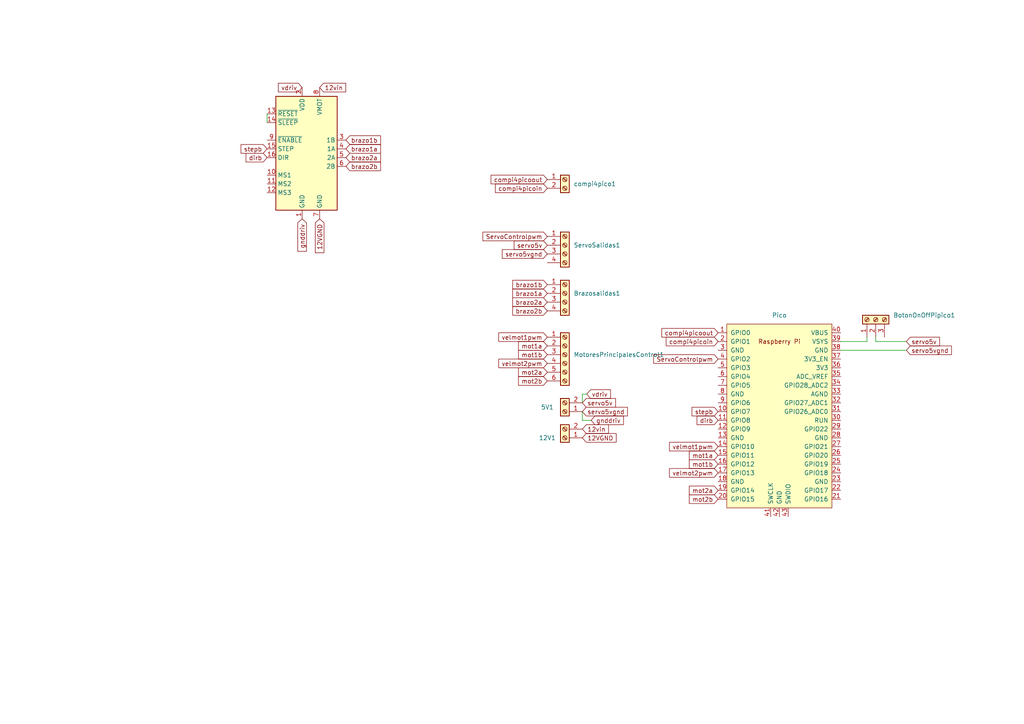
<source format=kicad_sch>
(kicad_sch (version 20230121) (generator eeschema)

  (uuid 69f18ada-31d3-4519-b72b-01a669aa8885)

  (paper "A4")

  (lib_symbols
    (symbol "Connector:Screw_Terminal_01x02" (pin_names (offset 1.016) hide) (in_bom yes) (on_board yes)
      (property "Reference" "J" (at 0 2.54 0)
        (effects (font (size 1.27 1.27)))
      )
      (property "Value" "Screw_Terminal_01x02" (at 0 -5.08 0)
        (effects (font (size 1.27 1.27)))
      )
      (property "Footprint" "" (at 0 0 0)
        (effects (font (size 1.27 1.27)) hide)
      )
      (property "Datasheet" "~" (at 0 0 0)
        (effects (font (size 1.27 1.27)) hide)
      )
      (property "ki_keywords" "screw terminal" (at 0 0 0)
        (effects (font (size 1.27 1.27)) hide)
      )
      (property "ki_description" "Generic screw terminal, single row, 01x02, script generated (kicad-library-utils/schlib/autogen/connector/)" (at 0 0 0)
        (effects (font (size 1.27 1.27)) hide)
      )
      (property "ki_fp_filters" "TerminalBlock*:*" (at 0 0 0)
        (effects (font (size 1.27 1.27)) hide)
      )
      (symbol "Screw_Terminal_01x02_1_1"
        (rectangle (start -1.27 1.27) (end 1.27 -3.81)
          (stroke (width 0.254) (type default))
          (fill (type background))
        )
        (circle (center 0 -2.54) (radius 0.635)
          (stroke (width 0.1524) (type default))
          (fill (type none))
        )
        (polyline
          (pts
            (xy -0.5334 -2.2098)
            (xy 0.3302 -3.048)
          )
          (stroke (width 0.1524) (type default))
          (fill (type none))
        )
        (polyline
          (pts
            (xy -0.5334 0.3302)
            (xy 0.3302 -0.508)
          )
          (stroke (width 0.1524) (type default))
          (fill (type none))
        )
        (polyline
          (pts
            (xy -0.3556 -2.032)
            (xy 0.508 -2.8702)
          )
          (stroke (width 0.1524) (type default))
          (fill (type none))
        )
        (polyline
          (pts
            (xy -0.3556 0.508)
            (xy 0.508 -0.3302)
          )
          (stroke (width 0.1524) (type default))
          (fill (type none))
        )
        (circle (center 0 0) (radius 0.635)
          (stroke (width 0.1524) (type default))
          (fill (type none))
        )
        (pin passive line (at -5.08 0 0) (length 3.81)
          (name "Pin_1" (effects (font (size 1.27 1.27))))
          (number "1" (effects (font (size 1.27 1.27))))
        )
        (pin passive line (at -5.08 -2.54 0) (length 3.81)
          (name "Pin_2" (effects (font (size 1.27 1.27))))
          (number "2" (effects (font (size 1.27 1.27))))
        )
      )
    )
    (symbol "Connector:Screw_Terminal_01x03" (pin_names (offset 1.016) hide) (in_bom yes) (on_board yes)
      (property "Reference" "J" (at 0 5.08 0)
        (effects (font (size 1.27 1.27)))
      )
      (property "Value" "Screw_Terminal_01x03" (at 0 -5.08 0)
        (effects (font (size 1.27 1.27)))
      )
      (property "Footprint" "" (at 0 0 0)
        (effects (font (size 1.27 1.27)) hide)
      )
      (property "Datasheet" "~" (at 0 0 0)
        (effects (font (size 1.27 1.27)) hide)
      )
      (property "ki_keywords" "screw terminal" (at 0 0 0)
        (effects (font (size 1.27 1.27)) hide)
      )
      (property "ki_description" "Generic screw terminal, single row, 01x03, script generated (kicad-library-utils/schlib/autogen/connector/)" (at 0 0 0)
        (effects (font (size 1.27 1.27)) hide)
      )
      (property "ki_fp_filters" "TerminalBlock*:*" (at 0 0 0)
        (effects (font (size 1.27 1.27)) hide)
      )
      (symbol "Screw_Terminal_01x03_1_1"
        (rectangle (start -1.27 3.81) (end 1.27 -3.81)
          (stroke (width 0.254) (type default))
          (fill (type background))
        )
        (circle (center 0 -2.54) (radius 0.635)
          (stroke (width 0.1524) (type default))
          (fill (type none))
        )
        (polyline
          (pts
            (xy -0.5334 -2.2098)
            (xy 0.3302 -3.048)
          )
          (stroke (width 0.1524) (type default))
          (fill (type none))
        )
        (polyline
          (pts
            (xy -0.5334 0.3302)
            (xy 0.3302 -0.508)
          )
          (stroke (width 0.1524) (type default))
          (fill (type none))
        )
        (polyline
          (pts
            (xy -0.5334 2.8702)
            (xy 0.3302 2.032)
          )
          (stroke (width 0.1524) (type default))
          (fill (type none))
        )
        (polyline
          (pts
            (xy -0.3556 -2.032)
            (xy 0.508 -2.8702)
          )
          (stroke (width 0.1524) (type default))
          (fill (type none))
        )
        (polyline
          (pts
            (xy -0.3556 0.508)
            (xy 0.508 -0.3302)
          )
          (stroke (width 0.1524) (type default))
          (fill (type none))
        )
        (polyline
          (pts
            (xy -0.3556 3.048)
            (xy 0.508 2.2098)
          )
          (stroke (width 0.1524) (type default))
          (fill (type none))
        )
        (circle (center 0 0) (radius 0.635)
          (stroke (width 0.1524) (type default))
          (fill (type none))
        )
        (circle (center 0 2.54) (radius 0.635)
          (stroke (width 0.1524) (type default))
          (fill (type none))
        )
        (pin passive line (at -5.08 2.54 0) (length 3.81)
          (name "Pin_1" (effects (font (size 1.27 1.27))))
          (number "1" (effects (font (size 1.27 1.27))))
        )
        (pin passive line (at -5.08 0 0) (length 3.81)
          (name "Pin_2" (effects (font (size 1.27 1.27))))
          (number "2" (effects (font (size 1.27 1.27))))
        )
        (pin passive line (at -5.08 -2.54 0) (length 3.81)
          (name "Pin_3" (effects (font (size 1.27 1.27))))
          (number "3" (effects (font (size 1.27 1.27))))
        )
      )
    )
    (symbol "Connector:Screw_Terminal_01x04" (pin_names (offset 1.016) hide) (in_bom yes) (on_board yes)
      (property "Reference" "J" (at 0 5.08 0)
        (effects (font (size 1.27 1.27)))
      )
      (property "Value" "Screw_Terminal_01x04" (at 0 -7.62 0)
        (effects (font (size 1.27 1.27)))
      )
      (property "Footprint" "" (at 0 0 0)
        (effects (font (size 1.27 1.27)) hide)
      )
      (property "Datasheet" "~" (at 0 0 0)
        (effects (font (size 1.27 1.27)) hide)
      )
      (property "ki_keywords" "screw terminal" (at 0 0 0)
        (effects (font (size 1.27 1.27)) hide)
      )
      (property "ki_description" "Generic screw terminal, single row, 01x04, script generated (kicad-library-utils/schlib/autogen/connector/)" (at 0 0 0)
        (effects (font (size 1.27 1.27)) hide)
      )
      (property "ki_fp_filters" "TerminalBlock*:*" (at 0 0 0)
        (effects (font (size 1.27 1.27)) hide)
      )
      (symbol "Screw_Terminal_01x04_1_1"
        (rectangle (start -1.27 3.81) (end 1.27 -6.35)
          (stroke (width 0.254) (type default))
          (fill (type background))
        )
        (circle (center 0 -5.08) (radius 0.635)
          (stroke (width 0.1524) (type default))
          (fill (type none))
        )
        (circle (center 0 -2.54) (radius 0.635)
          (stroke (width 0.1524) (type default))
          (fill (type none))
        )
        (polyline
          (pts
            (xy -0.5334 -4.7498)
            (xy 0.3302 -5.588)
          )
          (stroke (width 0.1524) (type default))
          (fill (type none))
        )
        (polyline
          (pts
            (xy -0.5334 -2.2098)
            (xy 0.3302 -3.048)
          )
          (stroke (width 0.1524) (type default))
          (fill (type none))
        )
        (polyline
          (pts
            (xy -0.5334 0.3302)
            (xy 0.3302 -0.508)
          )
          (stroke (width 0.1524) (type default))
          (fill (type none))
        )
        (polyline
          (pts
            (xy -0.5334 2.8702)
            (xy 0.3302 2.032)
          )
          (stroke (width 0.1524) (type default))
          (fill (type none))
        )
        (polyline
          (pts
            (xy -0.3556 -4.572)
            (xy 0.508 -5.4102)
          )
          (stroke (width 0.1524) (type default))
          (fill (type none))
        )
        (polyline
          (pts
            (xy -0.3556 -2.032)
            (xy 0.508 -2.8702)
          )
          (stroke (width 0.1524) (type default))
          (fill (type none))
        )
        (polyline
          (pts
            (xy -0.3556 0.508)
            (xy 0.508 -0.3302)
          )
          (stroke (width 0.1524) (type default))
          (fill (type none))
        )
        (polyline
          (pts
            (xy -0.3556 3.048)
            (xy 0.508 2.2098)
          )
          (stroke (width 0.1524) (type default))
          (fill (type none))
        )
        (circle (center 0 0) (radius 0.635)
          (stroke (width 0.1524) (type default))
          (fill (type none))
        )
        (circle (center 0 2.54) (radius 0.635)
          (stroke (width 0.1524) (type default))
          (fill (type none))
        )
        (pin passive line (at -5.08 2.54 0) (length 3.81)
          (name "Pin_1" (effects (font (size 1.27 1.27))))
          (number "1" (effects (font (size 1.27 1.27))))
        )
        (pin passive line (at -5.08 0 0) (length 3.81)
          (name "Pin_2" (effects (font (size 1.27 1.27))))
          (number "2" (effects (font (size 1.27 1.27))))
        )
        (pin passive line (at -5.08 -2.54 0) (length 3.81)
          (name "Pin_3" (effects (font (size 1.27 1.27))))
          (number "3" (effects (font (size 1.27 1.27))))
        )
        (pin passive line (at -5.08 -5.08 0) (length 3.81)
          (name "Pin_4" (effects (font (size 1.27 1.27))))
          (number "4" (effects (font (size 1.27 1.27))))
        )
      )
    )
    (symbol "Connector:Screw_Terminal_01x06" (pin_names (offset 1.016) hide) (in_bom yes) (on_board yes)
      (property "Reference" "J" (at 0 7.62 0)
        (effects (font (size 1.27 1.27)))
      )
      (property "Value" "Screw_Terminal_01x06" (at 0 -10.16 0)
        (effects (font (size 1.27 1.27)))
      )
      (property "Footprint" "" (at 0 0 0)
        (effects (font (size 1.27 1.27)) hide)
      )
      (property "Datasheet" "~" (at 0 0 0)
        (effects (font (size 1.27 1.27)) hide)
      )
      (property "ki_keywords" "screw terminal" (at 0 0 0)
        (effects (font (size 1.27 1.27)) hide)
      )
      (property "ki_description" "Generic screw terminal, single row, 01x06, script generated (kicad-library-utils/schlib/autogen/connector/)" (at 0 0 0)
        (effects (font (size 1.27 1.27)) hide)
      )
      (property "ki_fp_filters" "TerminalBlock*:*" (at 0 0 0)
        (effects (font (size 1.27 1.27)) hide)
      )
      (symbol "Screw_Terminal_01x06_1_1"
        (rectangle (start -1.27 6.35) (end 1.27 -8.89)
          (stroke (width 0.254) (type default))
          (fill (type background))
        )
        (circle (center 0 -7.62) (radius 0.635)
          (stroke (width 0.1524) (type default))
          (fill (type none))
        )
        (circle (center 0 -5.08) (radius 0.635)
          (stroke (width 0.1524) (type default))
          (fill (type none))
        )
        (circle (center 0 -2.54) (radius 0.635)
          (stroke (width 0.1524) (type default))
          (fill (type none))
        )
        (polyline
          (pts
            (xy -0.5334 -7.2898)
            (xy 0.3302 -8.128)
          )
          (stroke (width 0.1524) (type default))
          (fill (type none))
        )
        (polyline
          (pts
            (xy -0.5334 -4.7498)
            (xy 0.3302 -5.588)
          )
          (stroke (width 0.1524) (type default))
          (fill (type none))
        )
        (polyline
          (pts
            (xy -0.5334 -2.2098)
            (xy 0.3302 -3.048)
          )
          (stroke (width 0.1524) (type default))
          (fill (type none))
        )
        (polyline
          (pts
            (xy -0.5334 0.3302)
            (xy 0.3302 -0.508)
          )
          (stroke (width 0.1524) (type default))
          (fill (type none))
        )
        (polyline
          (pts
            (xy -0.5334 2.8702)
            (xy 0.3302 2.032)
          )
          (stroke (width 0.1524) (type default))
          (fill (type none))
        )
        (polyline
          (pts
            (xy -0.5334 5.4102)
            (xy 0.3302 4.572)
          )
          (stroke (width 0.1524) (type default))
          (fill (type none))
        )
        (polyline
          (pts
            (xy -0.3556 -7.112)
            (xy 0.508 -7.9502)
          )
          (stroke (width 0.1524) (type default))
          (fill (type none))
        )
        (polyline
          (pts
            (xy -0.3556 -4.572)
            (xy 0.508 -5.4102)
          )
          (stroke (width 0.1524) (type default))
          (fill (type none))
        )
        (polyline
          (pts
            (xy -0.3556 -2.032)
            (xy 0.508 -2.8702)
          )
          (stroke (width 0.1524) (type default))
          (fill (type none))
        )
        (polyline
          (pts
            (xy -0.3556 0.508)
            (xy 0.508 -0.3302)
          )
          (stroke (width 0.1524) (type default))
          (fill (type none))
        )
        (polyline
          (pts
            (xy -0.3556 3.048)
            (xy 0.508 2.2098)
          )
          (stroke (width 0.1524) (type default))
          (fill (type none))
        )
        (polyline
          (pts
            (xy -0.3556 5.588)
            (xy 0.508 4.7498)
          )
          (stroke (width 0.1524) (type default))
          (fill (type none))
        )
        (circle (center 0 0) (radius 0.635)
          (stroke (width 0.1524) (type default))
          (fill (type none))
        )
        (circle (center 0 2.54) (radius 0.635)
          (stroke (width 0.1524) (type default))
          (fill (type none))
        )
        (circle (center 0 5.08) (radius 0.635)
          (stroke (width 0.1524) (type default))
          (fill (type none))
        )
        (pin passive line (at -5.08 5.08 0) (length 3.81)
          (name "Pin_1" (effects (font (size 1.27 1.27))))
          (number "1" (effects (font (size 1.27 1.27))))
        )
        (pin passive line (at -5.08 2.54 0) (length 3.81)
          (name "Pin_2" (effects (font (size 1.27 1.27))))
          (number "2" (effects (font (size 1.27 1.27))))
        )
        (pin passive line (at -5.08 0 0) (length 3.81)
          (name "Pin_3" (effects (font (size 1.27 1.27))))
          (number "3" (effects (font (size 1.27 1.27))))
        )
        (pin passive line (at -5.08 -2.54 0) (length 3.81)
          (name "Pin_4" (effects (font (size 1.27 1.27))))
          (number "4" (effects (font (size 1.27 1.27))))
        )
        (pin passive line (at -5.08 -5.08 0) (length 3.81)
          (name "Pin_5" (effects (font (size 1.27 1.27))))
          (number "5" (effects (font (size 1.27 1.27))))
        )
        (pin passive line (at -5.08 -7.62 0) (length 3.81)
          (name "Pin_6" (effects (font (size 1.27 1.27))))
          (number "6" (effects (font (size 1.27 1.27))))
        )
      )
    )
    (symbol "Driver_Motor:Pololu_Breakout_A4988" (in_bom yes) (on_board yes)
      (property "Reference" "A" (at -2.54 19.05 0)
        (effects (font (size 1.27 1.27)) (justify right))
      )
      (property "Value" "Pololu_Breakout_A4988" (at -2.54 16.51 0)
        (effects (font (size 1.27 1.27)) (justify right))
      )
      (property "Footprint" "Module:Pololu_Breakout-16_15.2x20.3mm" (at 6.985 -19.05 0)
        (effects (font (size 1.27 1.27)) (justify left) hide)
      )
      (property "Datasheet" "https://www.pololu.com/product/2980/pictures" (at 2.54 -7.62 0)
        (effects (font (size 1.27 1.27)) hide)
      )
      (property "ki_keywords" "Pololu Breakout Board Stepper Driver A4988" (at 0 0 0)
        (effects (font (size 1.27 1.27)) hide)
      )
      (property "ki_description" "Pololu Breakout Board, Stepper Driver A4988" (at 0 0 0)
        (effects (font (size 1.27 1.27)) hide)
      )
      (property "ki_fp_filters" "Pololu*Breakout*15.2x20.3mm*" (at 0 0 0)
        (effects (font (size 1.27 1.27)) hide)
      )
      (symbol "Pololu_Breakout_A4988_0_1"
        (rectangle (start 10.16 -17.78) (end -7.62 15.24)
          (stroke (width 0.254) (type default))
          (fill (type background))
        )
      )
      (symbol "Pololu_Breakout_A4988_1_1"
        (pin power_in line (at 0 -20.32 90) (length 2.54)
          (name "GND" (effects (font (size 1.27 1.27))))
          (number "1" (effects (font (size 1.27 1.27))))
        )
        (pin input line (at -10.16 -7.62 0) (length 2.54)
          (name "MS1" (effects (font (size 1.27 1.27))))
          (number "10" (effects (font (size 1.27 1.27))))
        )
        (pin input line (at -10.16 -10.16 0) (length 2.54)
          (name "MS2" (effects (font (size 1.27 1.27))))
          (number "11" (effects (font (size 1.27 1.27))))
        )
        (pin input line (at -10.16 -12.7 0) (length 2.54)
          (name "MS3" (effects (font (size 1.27 1.27))))
          (number "12" (effects (font (size 1.27 1.27))))
        )
        (pin input line (at -10.16 10.16 0) (length 2.54)
          (name "~{RESET}" (effects (font (size 1.27 1.27))))
          (number "13" (effects (font (size 1.27 1.27))))
        )
        (pin input line (at -10.16 7.62 0) (length 2.54)
          (name "~{SLEEP}" (effects (font (size 1.27 1.27))))
          (number "14" (effects (font (size 1.27 1.27))))
        )
        (pin input line (at -10.16 0 0) (length 2.54)
          (name "STEP" (effects (font (size 1.27 1.27))))
          (number "15" (effects (font (size 1.27 1.27))))
        )
        (pin input line (at -10.16 -2.54 0) (length 2.54)
          (name "DIR" (effects (font (size 1.27 1.27))))
          (number "16" (effects (font (size 1.27 1.27))))
        )
        (pin power_in line (at 0 17.78 270) (length 2.54)
          (name "VDD" (effects (font (size 1.27 1.27))))
          (number "2" (effects (font (size 1.27 1.27))))
        )
        (pin output line (at 12.7 2.54 180) (length 2.54)
          (name "1B" (effects (font (size 1.27 1.27))))
          (number "3" (effects (font (size 1.27 1.27))))
        )
        (pin output line (at 12.7 0 180) (length 2.54)
          (name "1A" (effects (font (size 1.27 1.27))))
          (number "4" (effects (font (size 1.27 1.27))))
        )
        (pin output line (at 12.7 -2.54 180) (length 2.54)
          (name "2A" (effects (font (size 1.27 1.27))))
          (number "5" (effects (font (size 1.27 1.27))))
        )
        (pin output line (at 12.7 -5.08 180) (length 2.54)
          (name "2B" (effects (font (size 1.27 1.27))))
          (number "6" (effects (font (size 1.27 1.27))))
        )
        (pin power_in line (at 5.08 -20.32 90) (length 2.54)
          (name "GND" (effects (font (size 1.27 1.27))))
          (number "7" (effects (font (size 1.27 1.27))))
        )
        (pin power_in line (at 5.08 17.78 270) (length 2.54)
          (name "VMOT" (effects (font (size 1.27 1.27))))
          (number "8" (effects (font (size 1.27 1.27))))
        )
        (pin input line (at -10.16 2.54 0) (length 2.54)
          (name "~{ENABLE}" (effects (font (size 1.27 1.27))))
          (number "9" (effects (font (size 1.27 1.27))))
        )
      )
    )
    (symbol "HORUSSSSSSSSSSS:Pico" (pin_names (offset 1.016)) (in_bom yes) (on_board yes)
      (property "Reference" "U" (at -13.97 27.94 0)
        (effects (font (size 1.27 1.27)))
      )
      (property "Value" "Pico" (at 0 19.05 0)
        (effects (font (size 1.27 1.27)))
      )
      (property "Footprint" "RPi_Pico:RPi_Pico_SMD_TH" (at 0 0 90)
        (effects (font (size 1.27 1.27)) hide)
      )
      (property "Datasheet" "" (at 0 0 0)
        (effects (font (size 1.27 1.27)) hide)
      )
      (symbol "Pico_0_0"
        (text "Raspberry Pi" (at 0 21.59 0)
          (effects (font (size 1.27 1.27)))
        )
      )
      (symbol "Pico_0_1"
        (rectangle (start -15.24 26.67) (end 15.24 -26.67)
          (stroke (width 0) (type solid))
          (fill (type background))
        )
      )
      (symbol "Pico_1_1"
        (pin bidirectional line (at -17.78 24.13 0) (length 2.54)
          (name "GPIO0" (effects (font (size 1.27 1.27))))
          (number "1" (effects (font (size 1.27 1.27))))
        )
        (pin bidirectional line (at -17.78 1.27 0) (length 2.54)
          (name "GPIO7" (effects (font (size 1.27 1.27))))
          (number "10" (effects (font (size 1.27 1.27))))
        )
        (pin bidirectional line (at -17.78 -1.27 0) (length 2.54)
          (name "GPIO8" (effects (font (size 1.27 1.27))))
          (number "11" (effects (font (size 1.27 1.27))))
        )
        (pin bidirectional line (at -17.78 -3.81 0) (length 2.54)
          (name "GPIO9" (effects (font (size 1.27 1.27))))
          (number "12" (effects (font (size 1.27 1.27))))
        )
        (pin power_in line (at -17.78 -6.35 0) (length 2.54)
          (name "GND" (effects (font (size 1.27 1.27))))
          (number "13" (effects (font (size 1.27 1.27))))
        )
        (pin bidirectional line (at -17.78 -8.89 0) (length 2.54)
          (name "GPIO10" (effects (font (size 1.27 1.27))))
          (number "14" (effects (font (size 1.27 1.27))))
        )
        (pin bidirectional line (at -17.78 -11.43 0) (length 2.54)
          (name "GPIO11" (effects (font (size 1.27 1.27))))
          (number "15" (effects (font (size 1.27 1.27))))
        )
        (pin bidirectional line (at -17.78 -13.97 0) (length 2.54)
          (name "GPIO12" (effects (font (size 1.27 1.27))))
          (number "16" (effects (font (size 1.27 1.27))))
        )
        (pin bidirectional line (at -17.78 -16.51 0) (length 2.54)
          (name "GPIO13" (effects (font (size 1.27 1.27))))
          (number "17" (effects (font (size 1.27 1.27))))
        )
        (pin power_in line (at -17.78 -19.05 0) (length 2.54)
          (name "GND" (effects (font (size 1.27 1.27))))
          (number "18" (effects (font (size 1.27 1.27))))
        )
        (pin bidirectional line (at -17.78 -21.59 0) (length 2.54)
          (name "GPIO14" (effects (font (size 1.27 1.27))))
          (number "19" (effects (font (size 1.27 1.27))))
        )
        (pin bidirectional line (at -17.78 21.59 0) (length 2.54)
          (name "GPIO1" (effects (font (size 1.27 1.27))))
          (number "2" (effects (font (size 1.27 1.27))))
        )
        (pin bidirectional line (at -17.78 -24.13 0) (length 2.54)
          (name "GPIO15" (effects (font (size 1.27 1.27))))
          (number "20" (effects (font (size 1.27 1.27))))
        )
        (pin bidirectional line (at 17.78 -24.13 180) (length 2.54)
          (name "GPIO16" (effects (font (size 1.27 1.27))))
          (number "21" (effects (font (size 1.27 1.27))))
        )
        (pin bidirectional line (at 17.78 -21.59 180) (length 2.54)
          (name "GPIO17" (effects (font (size 1.27 1.27))))
          (number "22" (effects (font (size 1.27 1.27))))
        )
        (pin power_in line (at 17.78 -19.05 180) (length 2.54)
          (name "GND" (effects (font (size 1.27 1.27))))
          (number "23" (effects (font (size 1.27 1.27))))
        )
        (pin bidirectional line (at 17.78 -16.51 180) (length 2.54)
          (name "GPIO18" (effects (font (size 1.27 1.27))))
          (number "24" (effects (font (size 1.27 1.27))))
        )
        (pin bidirectional line (at 17.78 -13.97 180) (length 2.54)
          (name "GPIO19" (effects (font (size 1.27 1.27))))
          (number "25" (effects (font (size 1.27 1.27))))
        )
        (pin bidirectional line (at 17.78 -11.43 180) (length 2.54)
          (name "GPIO20" (effects (font (size 1.27 1.27))))
          (number "26" (effects (font (size 1.27 1.27))))
        )
        (pin bidirectional line (at 17.78 -8.89 180) (length 2.54)
          (name "GPIO21" (effects (font (size 1.27 1.27))))
          (number "27" (effects (font (size 1.27 1.27))))
        )
        (pin power_in line (at 17.78 -6.35 180) (length 2.54)
          (name "GND" (effects (font (size 1.27 1.27))))
          (number "28" (effects (font (size 1.27 1.27))))
        )
        (pin bidirectional line (at 17.78 -3.81 180) (length 2.54)
          (name "GPIO22" (effects (font (size 1.27 1.27))))
          (number "29" (effects (font (size 1.27 1.27))))
        )
        (pin power_in line (at -17.78 19.05 0) (length 2.54)
          (name "GND" (effects (font (size 1.27 1.27))))
          (number "3" (effects (font (size 1.27 1.27))))
        )
        (pin input line (at 17.78 -1.27 180) (length 2.54)
          (name "RUN" (effects (font (size 1.27 1.27))))
          (number "30" (effects (font (size 1.27 1.27))))
        )
        (pin bidirectional line (at 17.78 1.27 180) (length 2.54)
          (name "GPIO26_ADC0" (effects (font (size 1.27 1.27))))
          (number "31" (effects (font (size 1.27 1.27))))
        )
        (pin bidirectional line (at 17.78 3.81 180) (length 2.54)
          (name "GPIO27_ADC1" (effects (font (size 1.27 1.27))))
          (number "32" (effects (font (size 1.27 1.27))))
        )
        (pin power_in line (at 17.78 6.35 180) (length 2.54)
          (name "AGND" (effects (font (size 1.27 1.27))))
          (number "33" (effects (font (size 1.27 1.27))))
        )
        (pin bidirectional line (at 17.78 8.89 180) (length 2.54)
          (name "GPIO28_ADC2" (effects (font (size 1.27 1.27))))
          (number "34" (effects (font (size 1.27 1.27))))
        )
        (pin unspecified line (at 17.78 11.43 180) (length 2.54)
          (name "ADC_VREF" (effects (font (size 1.27 1.27))))
          (number "35" (effects (font (size 1.27 1.27))))
        )
        (pin unspecified line (at 17.78 13.97 180) (length 2.54)
          (name "3V3" (effects (font (size 1.27 1.27))))
          (number "36" (effects (font (size 1.27 1.27))))
        )
        (pin input line (at 17.78 16.51 180) (length 2.54)
          (name "3V3_EN" (effects (font (size 1.27 1.27))))
          (number "37" (effects (font (size 1.27 1.27))))
        )
        (pin bidirectional line (at 17.78 19.05 180) (length 2.54)
          (name "GND" (effects (font (size 1.27 1.27))))
          (number "38" (effects (font (size 1.27 1.27))))
        )
        (pin unspecified line (at 17.78 21.59 180) (length 2.54)
          (name "VSYS" (effects (font (size 1.27 1.27))))
          (number "39" (effects (font (size 1.27 1.27))))
        )
        (pin bidirectional line (at -17.78 16.51 0) (length 2.54)
          (name "GPIO2" (effects (font (size 1.27 1.27))))
          (number "4" (effects (font (size 1.27 1.27))))
        )
        (pin unspecified line (at 17.78 24.13 180) (length 2.54)
          (name "VBUS" (effects (font (size 1.27 1.27))))
          (number "40" (effects (font (size 1.27 1.27))))
        )
        (pin input line (at -2.54 -29.21 90) (length 2.54)
          (name "SWCLK" (effects (font (size 1.27 1.27))))
          (number "41" (effects (font (size 1.27 1.27))))
        )
        (pin power_in line (at 0 -29.21 90) (length 2.54)
          (name "GND" (effects (font (size 1.27 1.27))))
          (number "42" (effects (font (size 1.27 1.27))))
        )
        (pin bidirectional line (at 2.54 -29.21 90) (length 2.54)
          (name "SWDIO" (effects (font (size 1.27 1.27))))
          (number "43" (effects (font (size 1.27 1.27))))
        )
        (pin bidirectional line (at -17.78 13.97 0) (length 2.54)
          (name "GPIO3" (effects (font (size 1.27 1.27))))
          (number "5" (effects (font (size 1.27 1.27))))
        )
        (pin bidirectional line (at -17.78 11.43 0) (length 2.54)
          (name "GPIO4" (effects (font (size 1.27 1.27))))
          (number "6" (effects (font (size 1.27 1.27))))
        )
        (pin bidirectional line (at -17.78 8.89 0) (length 2.54)
          (name "GPIO5" (effects (font (size 1.27 1.27))))
          (number "7" (effects (font (size 1.27 1.27))))
        )
        (pin power_in line (at -17.78 6.35 0) (length 2.54)
          (name "GND" (effects (font (size 1.27 1.27))))
          (number "8" (effects (font (size 1.27 1.27))))
        )
        (pin bidirectional line (at -17.78 3.81 0) (length 2.54)
          (name "GPIO6" (effects (font (size 1.27 1.27))))
          (number "9" (effects (font (size 1.27 1.27))))
        )
      )
    )
  )


  (wire (pts (xy 254 99.06) (xy 262.89 99.06))
    (stroke (width 0) (type default))
    (uuid 032811f0-ceaf-495c-978d-36bfd12250da)
  )
  (wire (pts (xy 168.91 121.92) (xy 168.91 119.38))
    (stroke (width 0) (type default))
    (uuid 0feb387a-96a4-4e47-a634-92723b2fcbec)
  )
  (wire (pts (xy 251.46 99.06) (xy 243.84 99.06))
    (stroke (width 0) (type default))
    (uuid 1f845f0e-7611-47ac-a8c0-0756aecadc57)
  )
  (wire (pts (xy 254 97.79) (xy 254 99.06))
    (stroke (width 0) (type default))
    (uuid 272f7206-d683-4ba2-9aa0-85e5b7df7e34)
  )
  (wire (pts (xy 168.91 114.3) (xy 168.91 116.84))
    (stroke (width 0) (type default))
    (uuid 3821ff1d-0745-4afd-ad31-dc8e10ebf0e0)
  )
  (wire (pts (xy 77.47 33.02) (xy 77.47 35.56))
    (stroke (width 0) (type default))
    (uuid 571ce249-f7c0-4671-a644-8cf509fc2174)
  )
  (wire (pts (xy 171.45 121.92) (xy 168.91 121.92))
    (stroke (width 0) (type default))
    (uuid 586ed527-4774-4e75-b056-e6ee97a15bb9)
  )
  (wire (pts (xy 251.46 97.79) (xy 251.46 99.06))
    (stroke (width 0) (type default))
    (uuid 5cdc9129-4a2a-4d80-92d2-14d7de033f30)
  )
  (wire (pts (xy 170.18 114.3) (xy 168.91 114.3))
    (stroke (width 0) (type default))
    (uuid 86ec7348-775b-4c20-8cb1-e2a96d50c722)
  )
  (wire (pts (xy 243.84 101.6) (xy 262.89 101.6))
    (stroke (width 0) (type default))
    (uuid b2caa519-d348-4871-a16e-6a39bad2cb45)
  )

  (global_label "velmot1pwm" (shape input) (at 208.28 129.54 180) (fields_autoplaced)
    (effects (font (size 1.27 1.27)) (justify right))
    (uuid 105579cf-bc81-4dc8-8f0f-476ad03825b8)
    (property "Intersheetrefs" "${INTERSHEET_REFS}" (at 193.6231 129.54 0)
      (effects (font (size 1.27 1.27)) (justify right) hide)
    )
  )
  (global_label "vdriv" (shape input) (at 170.18 114.3 0) (fields_autoplaced)
    (effects (font (size 1.27 1.27)) (justify left))
    (uuid 12e84c32-b8a5-45b7-9795-1a54018731f9)
    (property "Intersheetrefs" "${INTERSHEET_REFS}" (at 177.6404 114.3 0)
      (effects (font (size 1.27 1.27)) (justify left) hide)
    )
  )
  (global_label "servo5v" (shape input) (at 158.75 71.12 180) (fields_autoplaced)
    (effects (font (size 1.27 1.27)) (justify right))
    (uuid 20679a4a-7e6a-4ac8-963f-81c7061c9474)
    (property "Intersheetrefs" "${INTERSHEET_REFS}" (at 148.5682 71.12 0)
      (effects (font (size 1.27 1.27)) (justify right) hide)
    )
  )
  (global_label "servo5vgnd" (shape input) (at 168.91 119.38 0) (fields_autoplaced)
    (effects (font (size 1.27 1.27)) (justify left))
    (uuid 24ae15b9-4c0a-438b-9b8a-2ad57f4cb5b3)
    (property "Intersheetrefs" "${INTERSHEET_REFS}" (at 182.5388 119.38 0)
      (effects (font (size 1.27 1.27)) (justify left) hide)
    )
  )
  (global_label "mot2b" (shape input) (at 158.75 110.49 180) (fields_autoplaced)
    (effects (font (size 1.27 1.27)) (justify right))
    (uuid 2b033314-0855-4de9-8487-5cdde7d88ba2)
    (property "Intersheetrefs" "${INTERSHEET_REFS}" (at 149.8383 110.49 0)
      (effects (font (size 1.27 1.27)) (justify right) hide)
    )
  )
  (global_label "servo5v" (shape input) (at 262.89 99.06 0) (fields_autoplaced)
    (effects (font (size 1.27 1.27)) (justify left))
    (uuid 2df227a9-3590-40e2-a870-c13d2749233d)
    (property "Intersheetrefs" "${INTERSHEET_REFS}" (at 273.0718 99.06 0)
      (effects (font (size 1.27 1.27)) (justify left) hide)
    )
  )
  (global_label "stepb" (shape input) (at 208.28 119.38 180) (fields_autoplaced)
    (effects (font (size 1.27 1.27)) (justify right))
    (uuid 325749e0-734e-4d87-a8b3-93a3b135f7a4)
    (property "Intersheetrefs" "${INTERSHEET_REFS}" (at 200.1544 119.38 0)
      (effects (font (size 1.27 1.27)) (justify right) hide)
    )
  )
  (global_label "compi4picoout" (shape input) (at 158.75 52.07 180) (fields_autoplaced)
    (effects (font (size 1.27 1.27)) (justify right))
    (uuid 3b416e0f-5863-43ff-80f4-476a3fd9063d)
    (property "Intersheetrefs" "${INTERSHEET_REFS}" (at 141.8555 52.07 0)
      (effects (font (size 1.27 1.27)) (justify right) hide)
    )
  )
  (global_label "brazo1b" (shape input) (at 158.75 82.55 180) (fields_autoplaced)
    (effects (font (size 1.27 1.27)) (justify right))
    (uuid 49f8b04a-cb82-4dff-bb4a-22633b064167)
    (property "Intersheetrefs" "${INTERSHEET_REFS}" (at 148.145 82.55 0)
      (effects (font (size 1.27 1.27)) (justify right) hide)
    )
  )
  (global_label "brazo1b" (shape input) (at 100.33 40.64 0) (fields_autoplaced)
    (effects (font (size 1.27 1.27)) (justify left))
    (uuid 4de4071a-c6bc-48d3-8faa-594d24af3741)
    (property "Intersheetrefs" "${INTERSHEET_REFS}" (at 110.935 40.64 0)
      (effects (font (size 1.27 1.27)) (justify left) hide)
    )
  )
  (global_label "mot2b" (shape input) (at 208.28 144.78 180) (fields_autoplaced)
    (effects (font (size 1.27 1.27)) (justify right))
    (uuid 568ee743-6dc0-4715-85ab-2b5f256d7d9b)
    (property "Intersheetrefs" "${INTERSHEET_REFS}" (at 199.3683 144.78 0)
      (effects (font (size 1.27 1.27)) (justify right) hide)
    )
  )
  (global_label "brazo1a" (shape input) (at 158.75 85.09 180) (fields_autoplaced)
    (effects (font (size 1.27 1.27)) (justify right))
    (uuid 5c3cae67-9f2c-4e31-b974-93fa34e07e79)
    (property "Intersheetrefs" "${INTERSHEET_REFS}" (at 148.145 85.09 0)
      (effects (font (size 1.27 1.27)) (justify right) hide)
    )
  )
  (global_label "mot1b" (shape input) (at 208.28 134.62 180) (fields_autoplaced)
    (effects (font (size 1.27 1.27)) (justify right))
    (uuid 65e6fca0-c7fa-4f70-9fc2-9befb79f5deb)
    (property "Intersheetrefs" "${INTERSHEET_REFS}" (at 199.3683 134.62 0)
      (effects (font (size 1.27 1.27)) (justify right) hide)
    )
  )
  (global_label "mot1a" (shape input) (at 158.75 100.33 180) (fields_autoplaced)
    (effects (font (size 1.27 1.27)) (justify right))
    (uuid 688b5017-9942-4ffa-bffa-4339987cd9e1)
    (property "Intersheetrefs" "${INTERSHEET_REFS}" (at 149.8383 100.33 0)
      (effects (font (size 1.27 1.27)) (justify right) hide)
    )
  )
  (global_label "ServoControlpwm" (shape input) (at 208.28 104.14 180) (fields_autoplaced)
    (effects (font (size 1.27 1.27)) (justify right))
    (uuid 705a2d56-8cf1-446a-bb7d-cdbae1e7befc)
    (property "Intersheetrefs" "${INTERSHEET_REFS}" (at 189.027 104.14 0)
      (effects (font (size 1.27 1.27)) (justify right) hide)
    )
  )
  (global_label "mot1b" (shape input) (at 158.75 102.87 180) (fields_autoplaced)
    (effects (font (size 1.27 1.27)) (justify right))
    (uuid 71c4b569-dd6b-4078-9b80-b888483eb8c8)
    (property "Intersheetrefs" "${INTERSHEET_REFS}" (at 149.8383 102.87 0)
      (effects (font (size 1.27 1.27)) (justify right) hide)
    )
  )
  (global_label "velmot1pwm" (shape input) (at 158.75 97.79 180) (fields_autoplaced)
    (effects (font (size 1.27 1.27)) (justify right))
    (uuid 7276c2d5-9666-44a4-b812-406ab14ae0ed)
    (property "Intersheetrefs" "${INTERSHEET_REFS}" (at 144.0931 97.79 0)
      (effects (font (size 1.27 1.27)) (justify right) hide)
    )
  )
  (global_label "velmot2pwm" (shape input) (at 158.75 105.41 180) (fields_autoplaced)
    (effects (font (size 1.27 1.27)) (justify right))
    (uuid 74b6bcbe-f8dd-41f9-9e20-17243d7dfc3e)
    (property "Intersheetrefs" "${INTERSHEET_REFS}" (at 144.0931 105.41 0)
      (effects (font (size 1.27 1.27)) (justify right) hide)
    )
  )
  (global_label "dirb" (shape input) (at 208.28 121.92 180) (fields_autoplaced)
    (effects (font (size 1.27 1.27)) (justify right))
    (uuid 7f10a8e7-524c-4a5a-a1e2-09b638bccd4d)
    (property "Intersheetrefs" "${INTERSHEET_REFS}" (at 201.6058 121.92 0)
      (effects (font (size 1.27 1.27)) (justify right) hide)
    )
  )
  (global_label "brazo2a" (shape input) (at 100.33 45.72 0) (fields_autoplaced)
    (effects (font (size 1.27 1.27)) (justify left))
    (uuid 83071b50-5596-4c14-8b49-7b4356f0ba08)
    (property "Intersheetrefs" "${INTERSHEET_REFS}" (at 110.935 45.72 0)
      (effects (font (size 1.27 1.27)) (justify left) hide)
    )
  )
  (global_label "compi4picoin" (shape input) (at 158.75 54.61 180) (fields_autoplaced)
    (effects (font (size 1.27 1.27)) (justify right))
    (uuid 88855848-8f76-44e4-9b05-1cb6358e14d6)
    (property "Intersheetrefs" "${INTERSHEET_REFS}" (at 143.1254 54.61 0)
      (effects (font (size 1.27 1.27)) (justify right) hide)
    )
  )
  (global_label "12vin" (shape input) (at 92.71 25.4 0) (fields_autoplaced)
    (effects (font (size 1.27 1.27)) (justify left))
    (uuid 8c7dbf84-83f8-47b3-8440-782e692d1dca)
    (property "Intersheetrefs" "${INTERSHEET_REFS}" (at 100.8356 25.4 0)
      (effects (font (size 1.27 1.27)) (justify left) hide)
    )
  )
  (global_label "ServoControlpwm" (shape input) (at 158.75 68.58 180) (fields_autoplaced)
    (effects (font (size 1.27 1.27)) (justify right))
    (uuid 8c917faa-e14e-478f-a809-ec7be610c9ed)
    (property "Intersheetrefs" "${INTERSHEET_REFS}" (at 139.497 68.58 0)
      (effects (font (size 1.27 1.27)) (justify right) hide)
    )
  )
  (global_label "compi4picoout" (shape input) (at 208.28 96.52 180) (fields_autoplaced)
    (effects (font (size 1.27 1.27)) (justify right))
    (uuid 934bdf09-816a-4810-af42-a513244b5181)
    (property "Intersheetrefs" "${INTERSHEET_REFS}" (at 191.3855 96.52 0)
      (effects (font (size 1.27 1.27)) (justify right) hide)
    )
  )
  (global_label "brazo2a" (shape input) (at 158.75 87.63 180) (fields_autoplaced)
    (effects (font (size 1.27 1.27)) (justify right))
    (uuid 94644abf-c9eb-4e4d-96ec-c60ec2f2435c)
    (property "Intersheetrefs" "${INTERSHEET_REFS}" (at 148.145 87.63 0)
      (effects (font (size 1.27 1.27)) (justify right) hide)
    )
  )
  (global_label "gnddriv" (shape input) (at 171.45 121.92 0) (fields_autoplaced)
    (effects (font (size 1.27 1.27)) (justify left))
    (uuid 94fccb64-edcf-4cb7-99fa-43da4b7adcb4)
    (property "Intersheetrefs" "${INTERSHEET_REFS}" (at 181.3898 121.92 0)
      (effects (font (size 1.27 1.27)) (justify left) hide)
    )
  )
  (global_label "dirb" (shape input) (at 77.47 45.72 180) (fields_autoplaced)
    (effects (font (size 1.27 1.27)) (justify right))
    (uuid 992e39ca-72bd-4655-91b0-b1544fa69441)
    (property "Intersheetrefs" "${INTERSHEET_REFS}" (at 70.7958 45.72 0)
      (effects (font (size 1.27 1.27)) (justify right) hide)
    )
  )
  (global_label "vdriv" (shape input) (at 87.63 25.4 180) (fields_autoplaced)
    (effects (font (size 1.27 1.27)) (justify right))
    (uuid 9a58f94a-93ab-46e1-8d0f-caa75c8227f4)
    (property "Intersheetrefs" "${INTERSHEET_REFS}" (at 80.1696 25.4 0)
      (effects (font (size 1.27 1.27)) (justify right) hide)
    )
  )
  (global_label "brazo1a" (shape input) (at 100.33 43.18 0) (fields_autoplaced)
    (effects (font (size 1.27 1.27)) (justify left))
    (uuid 9c220b7a-a2f1-4b18-8cb4-4978fbf828e4)
    (property "Intersheetrefs" "${INTERSHEET_REFS}" (at 110.935 43.18 0)
      (effects (font (size 1.27 1.27)) (justify left) hide)
    )
  )
  (global_label "servo5vgnd" (shape input) (at 262.89 101.6 0) (fields_autoplaced)
    (effects (font (size 1.27 1.27)) (justify left))
    (uuid a32ed922-cdd0-40b3-bac5-8ea48a4cca07)
    (property "Intersheetrefs" "${INTERSHEET_REFS}" (at 276.5188 101.6 0)
      (effects (font (size 1.27 1.27)) (justify left) hide)
    )
  )
  (global_label "servo5v" (shape input) (at 168.91 116.84 0) (fields_autoplaced)
    (effects (font (size 1.27 1.27)) (justify left))
    (uuid a9590e57-a333-476c-a7ea-da54278641ce)
    (property "Intersheetrefs" "${INTERSHEET_REFS}" (at 179.0918 116.84 0)
      (effects (font (size 1.27 1.27)) (justify left) hide)
    )
  )
  (global_label "12vin" (shape input) (at 168.91 124.46 0) (fields_autoplaced)
    (effects (font (size 1.27 1.27)) (justify left))
    (uuid ac79a266-3e88-4a80-96aa-dc06a76d299f)
    (property "Intersheetrefs" "${INTERSHEET_REFS}" (at 177.0356 124.46 0)
      (effects (font (size 1.27 1.27)) (justify left) hide)
    )
  )
  (global_label "gnddriv" (shape input) (at 87.63 63.5 270) (fields_autoplaced)
    (effects (font (size 1.27 1.27)) (justify right))
    (uuid af2be008-baf9-43de-892d-b44b65296c94)
    (property "Intersheetrefs" "${INTERSHEET_REFS}" (at 87.63 73.4398 90)
      (effects (font (size 1.27 1.27)) (justify right) hide)
    )
  )
  (global_label "12VGND" (shape input) (at 92.71 63.5 270) (fields_autoplaced)
    (effects (font (size 1.27 1.27)) (justify right))
    (uuid b547c99c-c110-4243-a0d8-03d58c14eabe)
    (property "Intersheetrefs" "${INTERSHEET_REFS}" (at 92.71 73.8633 90)
      (effects (font (size 1.27 1.27)) (justify right) hide)
    )
  )
  (global_label "stepb" (shape input) (at 77.47 43.18 180) (fields_autoplaced)
    (effects (font (size 1.27 1.27)) (justify right))
    (uuid b75f1935-ca9c-42c1-af7a-0bc233038025)
    (property "Intersheetrefs" "${INTERSHEET_REFS}" (at 69.3444 43.18 0)
      (effects (font (size 1.27 1.27)) (justify right) hide)
    )
  )
  (global_label "brazo2b" (shape input) (at 100.33 48.26 0) (fields_autoplaced)
    (effects (font (size 1.27 1.27)) (justify left))
    (uuid b8bd5d1f-7e7d-460c-a8aa-42de7f45fdcf)
    (property "Intersheetrefs" "${INTERSHEET_REFS}" (at 110.935 48.26 0)
      (effects (font (size 1.27 1.27)) (justify left) hide)
    )
  )
  (global_label "compi4picoin" (shape input) (at 208.28 99.06 180) (fields_autoplaced)
    (effects (font (size 1.27 1.27)) (justify right))
    (uuid bb141689-5201-4970-8071-2d4acdb6e5e3)
    (property "Intersheetrefs" "${INTERSHEET_REFS}" (at 192.6554 99.06 0)
      (effects (font (size 1.27 1.27)) (justify right) hide)
    )
  )
  (global_label "velmot2pwm" (shape input) (at 208.28 137.16 180) (fields_autoplaced)
    (effects (font (size 1.27 1.27)) (justify right))
    (uuid c5892a4d-06bb-4f8b-8a8e-594325dbb16b)
    (property "Intersheetrefs" "${INTERSHEET_REFS}" (at 193.6231 137.16 0)
      (effects (font (size 1.27 1.27)) (justify right) hide)
    )
  )
  (global_label "mot2a" (shape input) (at 158.75 107.95 180) (fields_autoplaced)
    (effects (font (size 1.27 1.27)) (justify right))
    (uuid ce3abf88-bb78-425c-ad17-4acd8a1c35da)
    (property "Intersheetrefs" "${INTERSHEET_REFS}" (at 149.8383 107.95 0)
      (effects (font (size 1.27 1.27)) (justify right) hide)
    )
  )
  (global_label "12VGND" (shape input) (at 168.91 127 0) (fields_autoplaced)
    (effects (font (size 1.27 1.27)) (justify left))
    (uuid d2f53d57-11ad-44a9-827c-ef24f02af505)
    (property "Intersheetrefs" "${INTERSHEET_REFS}" (at 179.2733 127 0)
      (effects (font (size 1.27 1.27)) (justify left) hide)
    )
  )
  (global_label "mot2a" (shape input) (at 208.28 142.24 180) (fields_autoplaced)
    (effects (font (size 1.27 1.27)) (justify right))
    (uuid d5bd1340-472f-4bb6-a267-f10acaaf0581)
    (property "Intersheetrefs" "${INTERSHEET_REFS}" (at 199.3683 142.24 0)
      (effects (font (size 1.27 1.27)) (justify right) hide)
    )
  )
  (global_label "mot1a" (shape input) (at 208.28 132.08 180) (fields_autoplaced)
    (effects (font (size 1.27 1.27)) (justify right))
    (uuid e0d477db-437a-4057-8de1-ad783803d8e4)
    (property "Intersheetrefs" "${INTERSHEET_REFS}" (at 199.3683 132.08 0)
      (effects (font (size 1.27 1.27)) (justify right) hide)
    )
  )
  (global_label "brazo2b" (shape input) (at 158.75 90.17 180) (fields_autoplaced)
    (effects (font (size 1.27 1.27)) (justify right))
    (uuid f8175a8b-dccf-4ade-bed4-dadb97253311)
    (property "Intersheetrefs" "${INTERSHEET_REFS}" (at 148.145 90.17 0)
      (effects (font (size 1.27 1.27)) (justify right) hide)
    )
  )
  (global_label "servo5vgnd" (shape input) (at 158.75 73.66 180) (fields_autoplaced)
    (effects (font (size 1.27 1.27)) (justify right))
    (uuid fdf69d69-5d1c-4ff6-968c-eadec35e995d)
    (property "Intersheetrefs" "${INTERSHEET_REFS}" (at 145.1212 73.66 0)
      (effects (font (size 1.27 1.27)) (justify right) hide)
    )
  )

  (symbol (lib_id "HORUSSSSSSSSSSS:Pico") (at 226.06 120.65 0) (unit 1)
    (in_bom yes) (on_board yes) (dnp no) (fields_autoplaced)
    (uuid 3e6a44d2-15b1-4c7d-9500-7aa240cf2b7f)
    (property "Reference" "U1" (at 226.06 88.9 0)
      (effects (font (size 1.27 1.27)) hide)
    )
    (property "Value" "Pico" (at 226.06 91.44 0)
      (effects (font (size 1.27 1.27)))
    )
    (property "Footprint" "HORUSKICADhuellas:RPi_Pico_SMD_TH" (at 226.06 120.65 90)
      (effects (font (size 1.27 1.27)) hide)
    )
    (property "Datasheet" "" (at 226.06 120.65 0)
      (effects (font (size 1.27 1.27)) hide)
    )
    (pin "1" (uuid afcfd63a-4d69-4530-8046-f5a1de4cf8d6))
    (pin "10" (uuid ec043c3b-167a-4acb-89e9-6ad28d0e97f3))
    (pin "11" (uuid 2854d2ab-af4f-4b3f-a2e9-0e9b03be2476))
    (pin "12" (uuid 0a177b4b-2c49-4c20-bea0-ee9b98c08e62))
    (pin "13" (uuid 88ca7661-bb28-4971-850d-153d2800f89b))
    (pin "14" (uuid ace7fbb9-e6e7-4e47-ab1a-9fca9a813789))
    (pin "15" (uuid f68a7582-4c0f-4f41-b6e7-5bd036141e2f))
    (pin "16" (uuid 63ba09ed-302e-4ff3-9152-37ef3c14f40b))
    (pin "17" (uuid 7ef89b92-6d39-49e8-913e-9d86f33f7f9b))
    (pin "18" (uuid d42e2486-1710-47ad-a510-0a7a3f9fddfc))
    (pin "19" (uuid 7eb51160-cb56-4c5f-b0ac-54b16d2784a4))
    (pin "2" (uuid 5c4b19e9-e6dd-4295-a58c-b088b9dfb593))
    (pin "20" (uuid 2a46c680-0d54-495b-8aef-72c3c208f98d))
    (pin "21" (uuid 3507d4e9-fd0d-41db-80bf-bf3a366639ab))
    (pin "22" (uuid 6c54aaaf-e33c-4616-a1c1-73c5e4a1a49f))
    (pin "23" (uuid 9fc46e10-646f-4410-8ebe-fddf07c3b3ad))
    (pin "24" (uuid df3253ec-a953-49d8-8fe0-e9cba95b3a98))
    (pin "25" (uuid 98e53e0b-5c4e-4a68-a884-a6e25b2a7471))
    (pin "26" (uuid 404e012a-5c52-44ea-a724-6366220198d1))
    (pin "27" (uuid 1ba7f8b6-03d2-4a33-bb4f-c0663da789a8))
    (pin "28" (uuid 0e042ef2-0694-43b1-b59a-5b447f4b756b))
    (pin "29" (uuid 9fd49da4-7889-4d84-9cc7-cf8c42d81be2))
    (pin "3" (uuid 0d3eb6d5-7189-4445-9ba9-61284cc4df04))
    (pin "30" (uuid fda038d6-8b03-4a24-9547-46336bdf5ba9))
    (pin "31" (uuid 1f5aadf2-22ea-41ca-acd9-dcff4340933d))
    (pin "32" (uuid 35d2b36e-23f9-42e3-a4cb-eaaffd300df5))
    (pin "33" (uuid 2d633405-853b-465f-9bf6-2171338dfef3))
    (pin "34" (uuid a7b895f7-ed85-450b-94f7-d10569409aea))
    (pin "35" (uuid 78b582d3-dec0-4b16-930e-9ed0627eacca))
    (pin "36" (uuid ce467d27-2ca5-4413-8364-9c8dcf226af4))
    (pin "37" (uuid f3fabd8f-6f4a-43b0-a13d-1e247e5ac748))
    (pin "38" (uuid 434e34f2-9fd2-44db-a513-189fb446725e))
    (pin "39" (uuid 9c5c0f49-3ba5-4911-ba64-9da736b58884))
    (pin "4" (uuid 8070a3b5-abaf-488e-8c0b-7ab449806bf5))
    (pin "40" (uuid c0808021-f4d5-45ba-8d72-1b99bbc756b3))
    (pin "41" (uuid 2637935c-7c0e-4c06-af29-2867b69861f2))
    (pin "42" (uuid c938ca91-002f-4f31-9125-412a11514e34))
    (pin "43" (uuid dde2651d-1ced-4219-839b-bbf060d162b7))
    (pin "5" (uuid 520d44e6-c498-4032-9b67-5ed8dc97cd7c))
    (pin "6" (uuid d47a74fa-2c25-49a8-80bc-5ad6d7840f5c))
    (pin "7" (uuid 52a7631c-2dbc-4ba2-a6ec-d34183be2663))
    (pin "8" (uuid fccd617b-6d98-4926-a0c5-65c56098bd6f))
    (pin "9" (uuid 505de5ba-4565-450f-acf9-8e0bd8824a2f))
    (instances
      (project "NewEra"
        (path "/69f18ada-31d3-4519-b72b-01a669aa8885"
          (reference "U1") (unit 1)
        )
      )
    )
  )

  (symbol (lib_id "Connector:Screw_Terminal_01x06") (at 163.83 102.87 0) (unit 1)
    (in_bom yes) (on_board yes) (dnp no) (fields_autoplaced)
    (uuid 5fd707a2-3ff8-40a7-ad0b-b7eb6ed82d86)
    (property "Reference" "MotoresPrincipalesControl1" (at 166.37 102.87 0)
      (effects (font (size 1.27 1.27)) (justify left))
    )
    (property "Value" "Screw_Terminal_01x06" (at 166.37 105.41 0)
      (effects (font (size 1.27 1.27)) (justify left) hide)
    )
    (property "Footprint" "TerminalBlock_Phoenix:TerminalBlock_Phoenix_MKDS-1,5-6-5.08_1x06_P5.08mm_Horizontal" (at 163.83 102.87 0)
      (effects (font (size 1.27 1.27)) hide)
    )
    (property "Datasheet" "~" (at 163.83 102.87 0)
      (effects (font (size 1.27 1.27)) hide)
    )
    (pin "1" (uuid 5cf6bf2d-1ccc-4d07-9eb2-3fd00a6a04e5))
    (pin "2" (uuid c92402f2-0ae0-4c83-89d5-8d05a28ada23))
    (pin "3" (uuid b95b4e81-343c-426c-9dc1-860e99cac7ca))
    (pin "4" (uuid 094b2d0e-62fd-4b51-8d25-4d85302be379))
    (pin "5" (uuid 9b37969a-43c6-4ec2-87d7-0b2f6a35cd26))
    (pin "6" (uuid a47069ec-c4f1-441a-81e7-c765d45e6ae9))
    (instances
      (project "NewEra"
        (path "/69f18ada-31d3-4519-b72b-01a669aa8885"
          (reference "MotoresPrincipalesControl1") (unit 1)
        )
      )
    )
  )

  (symbol (lib_id "Connector:Screw_Terminal_01x02") (at 163.83 119.38 180) (unit 1)
    (in_bom yes) (on_board yes) (dnp no)
    (uuid 738ca165-e72b-4410-971a-d7dcc5009bb2)
    (property "Reference" "5V1" (at 158.75 118.11 0)
      (effects (font (size 1.27 1.27)))
    )
    (property "Value" "Screw_Terminal_01x02" (at 163.83 112.8833 0)
      (effects (font (size 1.27 1.27)) hide)
    )
    (property "Footprint" "TerminalBlock_Phoenix:TerminalBlock_Phoenix_MKDS-1,5-2-5.08_1x02_P5.08mm_Horizontal" (at 163.83 119.38 0)
      (effects (font (size 1.27 1.27)) hide)
    )
    (property "Datasheet" "~" (at 163.83 119.38 0)
      (effects (font (size 1.27 1.27)) hide)
    )
    (pin "1" (uuid 421f0a1e-d47a-4afa-bf57-e2f821afa0b7))
    (pin "2" (uuid 068f9a2e-e0b0-4f05-92c6-a4edf8e15ac4))
    (instances
      (project "NewEra"
        (path "/69f18ada-31d3-4519-b72b-01a669aa8885"
          (reference "5V1") (unit 1)
        )
      )
    )
  )

  (symbol (lib_id "Connector:Screw_Terminal_01x04") (at 163.83 85.09 0) (unit 1)
    (in_bom yes) (on_board yes) (dnp no) (fields_autoplaced)
    (uuid 8a4c2885-5885-4707-820f-81ca8f80440e)
    (property "Reference" "Brazosalidas1" (at 166.37 85.09 0)
      (effects (font (size 1.27 1.27)) (justify left))
    )
    (property "Value" "Screw_Terminal_01x04" (at 166.37 87.63 0)
      (effects (font (size 1.27 1.27)) (justify left) hide)
    )
    (property "Footprint" "TerminalBlock_Phoenix:TerminalBlock_Phoenix_MKDS-1,5-4-5.08_1x04_P5.08mm_Horizontal" (at 163.83 85.09 0)
      (effects (font (size 1.27 1.27)) hide)
    )
    (property "Datasheet" "~" (at 163.83 85.09 0)
      (effects (font (size 1.27 1.27)) hide)
    )
    (pin "1" (uuid 5c90cd6a-58ff-4712-a0fc-49e289f305a4))
    (pin "2" (uuid 1a45a675-096e-42e0-b153-fd3eb8f892eb))
    (pin "3" (uuid d1bcfeb9-69ad-4303-83bb-56adc0aec67b))
    (pin "4" (uuid 6dcbaa18-ee5b-4b18-989f-997248c5f116))
    (instances
      (project "NewEra"
        (path "/69f18ada-31d3-4519-b72b-01a669aa8885"
          (reference "Brazosalidas1") (unit 1)
        )
      )
    )
  )

  (symbol (lib_id "Connector:Screw_Terminal_01x03") (at 254 92.71 90) (unit 1)
    (in_bom yes) (on_board yes) (dnp no) (fields_autoplaced)
    (uuid 912d8ca8-a914-43bb-aa03-fd1ff05e1f61)
    (property "Reference" "BotonOnOffPipico1" (at 259.08 91.44 90)
      (effects (font (size 1.27 1.27)) (justify right))
    )
    (property "Value" "Screw_Terminal_01x03" (at 259.08 93.98 90)
      (effects (font (size 1.27 1.27)) (justify right) hide)
    )
    (property "Footprint" "TerminalBlock_Altech:Altech_AK300_1x03_P5.00mm_45-Degree" (at 254 92.71 0)
      (effects (font (size 1.27 1.27)) hide)
    )
    (property "Datasheet" "~" (at 254 92.71 0)
      (effects (font (size 1.27 1.27)) hide)
    )
    (pin "1" (uuid 4eab5dd8-b769-4c57-bd1d-d983fca63d93))
    (pin "2" (uuid 7f2a9b69-015f-45fa-ba67-342ea9865d3d))
    (pin "3" (uuid 436b3d3b-c1b4-4f86-8e40-a955353517c4))
    (instances
      (project "NewEra"
        (path "/69f18ada-31d3-4519-b72b-01a669aa8885"
          (reference "BotonOnOffPipico1") (unit 1)
        )
      )
    )
  )

  (symbol (lib_id "Connector:Screw_Terminal_01x02") (at 163.83 127 180) (unit 1)
    (in_bom yes) (on_board yes) (dnp no)
    (uuid a14d8e66-2d67-4349-a2da-d43b9d0d4136)
    (property "Reference" "12V1" (at 158.75 127 0)
      (effects (font (size 1.27 1.27)))
    )
    (property "Value" "Screw_Terminal_01x02" (at 163.83 120.65 0)
      (effects (font (size 1.27 1.27)) hide)
    )
    (property "Footprint" "TerminalBlock_Phoenix:TerminalBlock_Phoenix_MKDS-1,5-2-5.08_1x02_P5.08mm_Horizontal" (at 163.83 127 0)
      (effects (font (size 1.27 1.27)) hide)
    )
    (property "Datasheet" "~" (at 163.83 127 0)
      (effects (font (size 1.27 1.27)) hide)
    )
    (pin "1" (uuid 5c484f27-ea60-418d-a805-b794338688bf))
    (pin "2" (uuid 7a60e180-f7a6-46a1-ac40-5cbc0568a04c))
    (instances
      (project "NewEra"
        (path "/69f18ada-31d3-4519-b72b-01a669aa8885"
          (reference "12V1") (unit 1)
        )
      )
    )
  )

  (symbol (lib_id "Driver_Motor:Pololu_Breakout_A4988") (at 87.63 43.18 0) (unit 1)
    (in_bom yes) (on_board yes) (dnp no) (fields_autoplaced)
    (uuid cbd1d101-cca2-4378-9e9b-6d4a3ca1245c)
    (property "Reference" "A1" (at 94.9041 22.86 0)
      (effects (font (size 1.27 1.27)) (justify left) hide)
    )
    (property "Value" "Pololu_Breakout_A4988" (at 94.9041 25.4 0)
      (effects (font (size 1.27 1.27)) (justify left) hide)
    )
    (property "Footprint" "Module:Pololu_Breakout-16_15.2x20.3mm" (at 94.615 62.23 0)
      (effects (font (size 1.27 1.27)) (justify left) hide)
    )
    (property "Datasheet" "https://www.pololu.com/product/2980/pictures" (at 90.17 50.8 0)
      (effects (font (size 1.27 1.27)) hide)
    )
    (pin "1" (uuid a627b6f1-292e-4f7f-b23f-4eb4a153a5a1))
    (pin "10" (uuid 0b343291-5997-4996-a347-da8df7afb3c1))
    (pin "11" (uuid 3a5f284d-79f8-4994-8540-651250d53f39))
    (pin "12" (uuid 213ff963-1332-4162-bce8-76971e869f6b))
    (pin "13" (uuid 1109b27b-96ce-4855-b1ca-6fcd874725d0))
    (pin "14" (uuid 7bc161be-18f9-4ebf-ac5f-eb7814984367))
    (pin "15" (uuid 95b635fe-9390-41af-8772-d83dc89d78f8))
    (pin "16" (uuid a5fd691e-bb61-47ee-8fd6-67fedd456785))
    (pin "2" (uuid f0b75682-65fd-40c9-93ac-0f8f32088e95))
    (pin "3" (uuid c7b3432a-267e-4f5d-992e-0bcfc9271bca))
    (pin "4" (uuid cdc80d51-e31a-4124-b4d6-f9bc9881a668))
    (pin "5" (uuid 02db7e4c-dfd8-4c7e-b4ab-b094da6a15d3))
    (pin "6" (uuid 35a00c04-32a1-4845-845a-8fd4b2b666ad))
    (pin "7" (uuid d39a3631-0ec7-4e41-859b-157027532996))
    (pin "8" (uuid 740a37fb-0b49-4132-bdc4-c01f9fff40da))
    (pin "9" (uuid b40b2d04-d6db-43d2-bd8b-a03811d6c0ec))
    (instances
      (project "NewEra"
        (path "/69f18ada-31d3-4519-b72b-01a669aa8885"
          (reference "A1") (unit 1)
        )
      )
      (project "Horus Stepper PCB powercont"
        (path "/9dedd4ef-18ff-488d-8090-840e272d40e2"
          (reference "A4") (unit 1)
        )
      )
    )
  )

  (symbol (lib_id "Connector:Screw_Terminal_01x04") (at 163.83 71.12 0) (unit 1)
    (in_bom yes) (on_board yes) (dnp no) (fields_autoplaced)
    (uuid cc23f0a6-33cd-47b3-af96-865b24702189)
    (property "Reference" "ServoSalidas1" (at 166.37 71.12 0)
      (effects (font (size 1.27 1.27)) (justify left))
    )
    (property "Value" "Screw_Terminal_01x04" (at 166.37 73.66 0)
      (effects (font (size 1.27 1.27)) (justify left) hide)
    )
    (property "Footprint" "TerminalBlock_Phoenix:TerminalBlock_Phoenix_MKDS-1,5-4-5.08_1x04_P5.08mm_Horizontal" (at 163.83 71.12 0)
      (effects (font (size 1.27 1.27)) hide)
    )
    (property "Datasheet" "~" (at 163.83 71.12 0)
      (effects (font (size 1.27 1.27)) hide)
    )
    (pin "1" (uuid 11ff472f-a123-470b-9674-6580e3ff624e))
    (pin "2" (uuid 69e6109e-6385-4977-bd6b-059c9508886d))
    (pin "3" (uuid e323b5ac-3733-4775-9cdc-febb6112bc79))
    (pin "4" (uuid e7f44d0f-cdf6-4acc-aa22-a3ab3a957ffc))
    (instances
      (project "NewEra"
        (path "/69f18ada-31d3-4519-b72b-01a669aa8885"
          (reference "ServoSalidas1") (unit 1)
        )
      )
    )
  )

  (symbol (lib_id "Connector:Screw_Terminal_01x02") (at 163.83 52.07 0) (unit 1)
    (in_bom yes) (on_board yes) (dnp no) (fields_autoplaced)
    (uuid d3ec0bd1-cf70-44b0-b846-7acf89209c5b)
    (property "Reference" "compi4pico1" (at 166.37 53.34 0)
      (effects (font (size 1.27 1.27)) (justify left))
    )
    (property "Value" "Screw_Terminal_01x02" (at 166.37 54.61 0)
      (effects (font (size 1.27 1.27)) (justify left) hide)
    )
    (property "Footprint" "TerminalBlock_Phoenix:TerminalBlock_Phoenix_MKDS-1,5-2-5.08_1x02_P5.08mm_Horizontal" (at 163.83 52.07 0)
      (effects (font (size 1.27 1.27)) hide)
    )
    (property "Datasheet" "~" (at 163.83 52.07 0)
      (effects (font (size 1.27 1.27)) hide)
    )
    (pin "1" (uuid 08a238b1-ebd1-4f5b-9530-8af53ae921c1))
    (pin "2" (uuid 3e426076-1b99-497d-9b04-6fa61d47ee7e))
    (instances
      (project "NewEra"
        (path "/69f18ada-31d3-4519-b72b-01a669aa8885"
          (reference "compi4pico1") (unit 1)
        )
      )
    )
  )

  (sheet_instances
    (path "/" (page "1"))
  )
)

</source>
